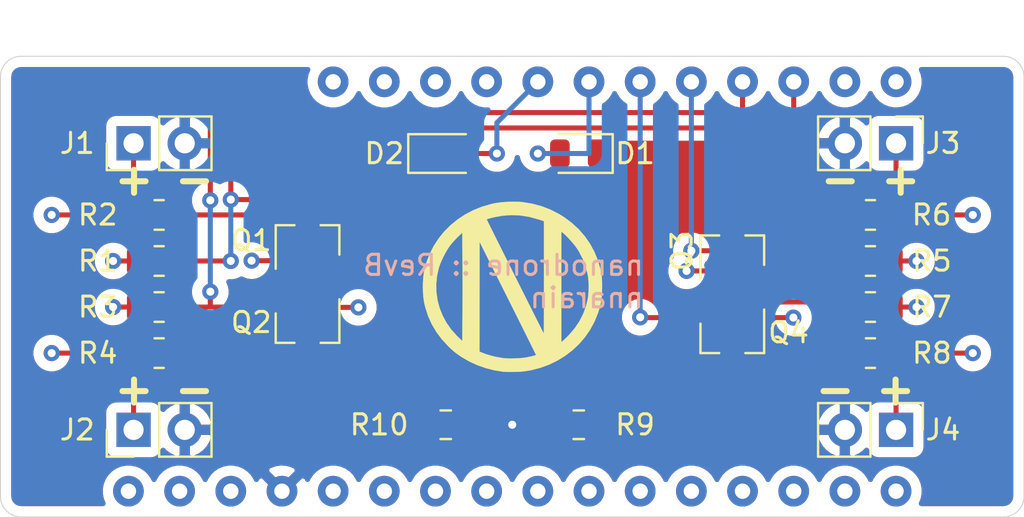
<source format=kicad_pcb>
(kicad_pcb (version 20171130) (host pcbnew "(5.1.9)-1")
  (layers (0 F.Cu signal) (1 GND power) (2 PWR power) (31 B.Cu signal) (34 B.Paste user) (35 F.Paste user) (36 B.SilkS user) (37 F.SilkS user) (38 B.Mask user) (39 F.Mask user) (44 Edge.Cuts user))
  (net 0 "")
  (net 1 /rtr0)
  (net 2 GND)
  (net 3 /rtr1)
  (net 4 /rtr2)
  (net 5 /rtr3)
  (net 6 +3V3)
  (net 7 /rtrctl0)
  (net 8 +BATT)
  (net 9 /rtrctl1)
  (net 10 /rtrctl2)
  (net 11 /rtrctl3)
  (net 12 "Net-(U1-Pad18)")
  (net 13 "Net-(U1-Pad25)")
  (net 14 "Net-(U1-Pad24)")
  (net 15 "Net-(U1-Pad20)")
  (net 16 "Net-(U1-Pad23)")
  (net 17 "Net-(U1-Pad28)")
  (net 18 "Net-(U1-Pad19)")
  (net 19 "Net-(U1-Pad21)")
  (net 20 "Net-(U1-Pad22)")
  (net 21 "Net-(U1-Pad3)")
  (net 22 "Net-(U1-Pad13)")
  (net 23 "Net-(U1-Pad12)")
  (net 24 "Net-(U1-Pad17)")
  (net 25 "Net-(U1-Pad15)")
  (net 26 "Net-(U1-Pad2)")
  (net 27 "Net-(U1-Pad11)")
  (net 28 "Net-(D1-Pad1)")
  (net 29 "Net-(D2-Pad1)")
  (net 30 "Net-(U1-Pad27)")
  (net 31 "Net-(U1-Pad26)")
  (net 32 /dbg1)
  (net 33 /dbg2)
  (net 34 "Net-(U1-Pad4)")
  (module Resistor_SMD:R_0805_2012Metric_Pad1.20x1.40mm_HandSolder (layer F.Cu) (at 161.036 92.456 180)
    (fp_text reference R6 (at -3.032 0) (layer F.SilkS))
    (fp_text value 25)
    (fp_line (start -0.227064 -0.735) (end 0.227064 -0.735) (layer F.SilkS) (width 0.12))
    (fp_line (start -0.227064 0.735) (end 0.227064 0.735) (layer F.SilkS) (width 0.12))
    (pad 2 smd roundrect (at 1 0 180) (size 1.2 1.4) (layers F.Cu F.Paste F.Mask) (roundrect_rratio 0.2083325) (net 4 /rtr2))
    (pad 1 smd roundrect (at -1 0 180) (size 1.2 1.4) (layers F.Cu F.Paste F.Mask) (roundrect_rratio 0.2083325) (net 8 +BATT))
  )
  (module symbols:logo (layer F.Cu) (at 143.256 96.012)
    (fp_text reference G*** hide)
    (fp_text value LOGO hide)
    (fp_poly (pts (xy 0.365713 -4.204825) (xy 0.508128 -4.19272) (xy 0.995025 -4.113048) (xy 1.459827 -3.98777) (xy 1.903551 -3.816516) (xy 2.327215 -3.598917) (xy 2.5781 -3.442018) (xy 2.958963 -3.157795) (xy 3.300259 -2.842611) (xy 3.600932 -2.498017) (xy 3.85993 -2.125566) (xy 4.076199 -1.72681) (xy 4.248687 -1.303299) (xy 4.37634 -0.856587) (xy 4.396935 -0.762) (xy 4.419592 -0.644534) (xy 4.435907 -0.537144) (xy 4.446854 -0.427318) (xy 4.453406 -0.302541) (xy 4.456539 -0.150299) (xy 4.45724 0.0127) (xy 4.45165 0.298785) (xy 4.433297 0.550181) (xy 4.399812 0.781925) (xy 4.348822 1.009054) (xy 4.277957 1.246605) (xy 4.249342 1.331185) (xy 4.077809 1.749807) (xy 3.863428 2.143974) (xy 3.609035 2.511448) (xy 3.317468 2.849987) (xy 2.991564 3.157351) (xy 2.634161 3.431299) (xy 2.248097 3.669591) (xy 1.836208 3.869987) (xy 1.401332 4.030246) (xy 0.946306 4.148127) (xy 0.6096 4.205264) (xy 0.479946 4.218189) (xy 0.316982 4.227975) (xy 0.135393 4.234364) (xy -0.050138 4.237098) (xy -0.224926 4.235918) (xy -0.374286 4.230565) (xy -0.4572 4.224052) (xy -0.885254 4.156198) (xy -1.31339 4.04702) (xy -1.730798 3.900347) (xy -2.126663 3.720008) (xy -2.490174 3.509832) (xy -2.508986 3.4975) (xy -2.658003 3.397609) (xy -2.777387 3.312819) (xy -2.880995 3.231983) (xy -2.886052 3.227605) (xy -1.6256 3.227605) (xy -1.513096 3.27583) (xy -1.296785 3.35691) (xy -1.046844 3.431134) (xy -0.780379 3.494187) (xy -0.514496 3.541756) (xy -0.397461 3.557208) (xy -0.259351 3.567025) (xy -0.086653 3.570152) (xy 0.10494 3.567129) (xy 0.299735 3.558497) (xy 0.482036 3.544798) (xy 0.636151 3.526572) (xy 0.67482 3.520253) (xy 0.78591 3.498989) (xy 0.901592 3.474373) (xy 1.010411 3.449149) (xy 1.100915 3.426062) (xy 1.16165 3.407856) (xy 1.180812 3.399017) (xy 1.170605 3.375734) (xy 1.13898 3.30979) (xy 1.087302 3.203927) (xy 1.016933 3.060892) (xy 0.929235 2.883427) (xy 0.861448 2.746659) (xy 2.4384 2.746659) (xy 2.510005 2.695671) (xy 2.554095 2.658518) (xy 2.624005 2.592984) (xy 2.710783 2.507722) (xy 2.805475 2.411383) (xy 2.823647 2.392516) (xy 3.100931 2.068596) (xy 3.33427 1.721134) (xy 3.522428 1.352518) (xy 3.664172 0.965132) (xy 3.751769 0.598383) (xy 3.776031 0.413435) (xy 3.789731 0.196562) (xy 3.792868 -0.034471) (xy 3.785444 -0.261899) (xy 3.767457 -0.467956) (xy 3.751769 -0.572984) (xy 3.654007 -0.971412) (xy 3.506942 -1.35908) (xy 3.3103 -1.736656) (xy 3.206505 -1.902025) (xy 3.135583 -2.000212) (xy 3.041682 -2.117386) (xy 2.933373 -2.244091) (xy 2.819233 -2.37087) (xy 2.707832 -2.488267) (xy 2.607746 -2.586825) (xy 2.527548 -2.657086) (xy 2.510005 -2.670272) (xy 2.4384 -2.72126) (xy 2.4384 2.746659) (xy 0.861448 2.746659) (xy 0.825573 2.674278) (xy 0.707308 2.436187) (xy 0.575804 2.1719) (xy 0.432425 1.884161) (xy 0.278532 1.575714) (xy 0.115489 1.249303) (xy -0.055341 0.907673) (xy -0.217253 0.5842) (xy -1.622799 -2.2225) (xy -1.6242 0.502552) (xy -1.6256 3.227605) (xy -2.886052 3.227605) (xy -2.982688 3.143952) (xy -3.096325 3.037578) (xy -3.172203 2.964027) (xy -3.493609 2.617465) (xy -3.768479 2.250778) (xy -3.997269 1.863135) (xy -4.180437 1.453708) (xy -4.318438 1.021667) (xy -4.373974 0.780485) (xy -4.407806 0.557279) (xy -4.428397 0.301082) (xy -4.435748 0.027946) (xy -4.432623 -0.117505) (xy -3.772997 -0.117505) (xy -3.763899 0.285302) (xy -3.70721 0.681967) (xy -3.603925 1.068878) (xy -3.455043 1.442424) (xy -3.261559 1.798994) (xy -3.024472 2.134975) (xy -2.744779 2.446757) (xy -2.70131 2.4892) (xy -2.4765 2.7051) (xy -2.469927 1.350605) (xy -2.468673 1.029783) (xy -2.467805 0.672561) (xy -2.467323 0.292361) (xy -2.467228 -0.097392) (xy -2.467518 -0.483276) (xy -2.468194 -0.851867) (xy -2.469257 -1.189741) (xy -2.469927 -1.341795) (xy -2.4765 -2.6797) (xy -2.70131 -2.4638) (xy -2.81122 -2.352729) (xy -2.927363 -2.226317) (xy -3.033155 -2.103013) (xy -3.089476 -2.032) (xy -3.197047 -1.874882) (xy -3.309029 -1.68538) (xy -3.417939 -1.478393) (xy -3.516295 -1.268818) (xy -3.596613 -1.071553) (xy -3.64443 -0.9271) (xy -3.733506 -0.522843) (xy -3.772997 -0.117505) (xy -4.432623 -0.117505) (xy -4.429859 -0.246076) (xy -4.410729 -0.504931) (xy -4.378359 -0.732566) (xy -4.373974 -0.755086) (xy -4.260484 -1.194251) (xy -4.101824 -1.613525) (xy -3.900522 -2.010491) (xy -3.659106 -2.382738) (xy -3.380103 -2.727851) (xy -3.066043 -3.043417) (xy -2.719453 -3.327022) (xy -2.703851 -3.337348) (xy -1.27 -3.337348) (xy -1.258908 -3.313605) (xy -1.226739 -3.247846) (xy -1.175154 -3.143394) (xy -1.105815 -3.003571) (xy -1.020385 -2.831698) (xy -0.920525 -2.631098) (xy -0.807896 -2.405092) (xy -0.684161 -2.157003) (xy -0.550982 -1.890152) (xy -0.410019 -1.607862) (xy -0.262935 -1.313454) (xy -0.111392 -1.010251) (xy 0.042949 -0.701574) (xy 0.198426 -0.390745) (xy 0.353377 -0.081087) (xy 0.506141 0.224079) (xy 0.655055 0.521431) (xy 0.798458 0.807646) (xy 0.934688 1.079403) (xy 1.062083 1.33338) (xy 1.178982 1.566255) (xy 1.283723 1.774705) (xy 1.374644 1.95541) (xy 1.450083 2.105046) (xy 1.508379 2.220292) (xy 1.547869 2.297826) (xy 1.566892 2.334326) (xy 1.568396 2.3368) (xy 1.56925 2.31194) (xy 1.57007 2.239525) (xy 1.570849 2.122798) (xy 1.57158 1.965003) (xy 1.572255 1.769385) (xy 1.572867 1.539188) (xy 1.573409 1.277655) (xy 1.573872 0.988031) (xy 1.57425 0.673559) (xy 1.574536 0.337485) (xy 1.57472 -0.016948) (xy 1.574798 -0.386496) (xy 1.5748 -0.454116) (xy 1.5748 -3.245031) (xy 1.30175 -3.335189) (xy 0.857752 -3.457138) (xy 0.416173 -3.52855) (xy -0.025119 -3.549486) (xy -0.468252 -3.520006) (xy -0.915355 -3.440169) (xy -1.067436 -3.401893) (xy -1.160283 -3.375733) (xy -1.230733 -3.353777) (xy -1.267315 -3.339678) (xy -1.27 -3.337348) (xy -2.703851 -3.337348) (xy -2.342861 -3.576253) (xy -1.938795 -3.788695) (xy -1.509783 -3.961936) (xy -1.058353 -4.093562) (xy -0.8255 -4.142926) (xy -0.61517 -4.173986) (xy -0.373783 -4.196344) (xy -0.118439 -4.209363) (xy 0.13376 -4.212403) (xy 0.365713 -4.204825)) (layer F.SilkS) (width 0.01))
  )
  (module Connector_PinHeader_2.54mm:PinHeader_1x02_P2.54mm_Vertical (layer F.Cu) (at 124.46 88.9 90)
    (fp_text reference J1 (at 0 -2.794 180) (layer F.SilkS))
    (fp_text value RTR0 hide)
    (fp_line (start -1.33 -1.33) (end 0 -1.33) (layer F.SilkS) (width 0.12))
    (fp_line (start -1.33 0) (end -1.33 -1.33) (layer F.SilkS) (width 0.12))
    (fp_line (start -1.33 1.27) (end 1.33 1.27) (layer F.SilkS) (width 0.12))
    (fp_line (start 1.33 1.27) (end 1.33 3.87) (layer F.SilkS) (width 0.12))
    (fp_line (start -1.33 1.27) (end -1.33 3.87) (layer F.SilkS) (width 0.12))
    (fp_line (start -1.33 3.87) (end 1.33 3.87) (layer F.SilkS) (width 0.12))
    (pad 1 thru_hole rect (at 0 0 90) (size 1.7 1.7) (drill 1) (layers *.Cu *.Mask) (net 1 /rtr0))
    (pad 2 thru_hole oval (at 0 2.54 90) (size 1.7 1.7) (drill 1) (layers *.Cu *.Mask) (net 2 GND))
  )
  (module Connector_PinHeader_2.54mm:PinHeader_1x02_P2.54mm_Vertical (layer F.Cu) (at 124.46 103.124 90)
    (fp_text reference J2 (at 0 -2.794 180) (layer F.SilkS))
    (fp_text value RTR1 hide)
    (fp_line (start -1.33 3.87) (end 1.33 3.87) (layer F.SilkS) (width 0.12))
    (fp_line (start -1.33 1.27) (end -1.33 3.87) (layer F.SilkS) (width 0.12))
    (fp_line (start 1.33 1.27) (end 1.33 3.87) (layer F.SilkS) (width 0.12))
    (fp_line (start -1.33 1.27) (end 1.33 1.27) (layer F.SilkS) (width 0.12))
    (fp_line (start -1.33 0) (end -1.33 -1.33) (layer F.SilkS) (width 0.12))
    (fp_line (start -1.33 -1.33) (end 0 -1.33) (layer F.SilkS) (width 0.12))
    (pad 2 thru_hole oval (at 0 2.54 90) (size 1.7 1.7) (drill 1) (layers *.Cu *.Mask) (net 2 GND))
    (pad 1 thru_hole rect (at 0 0 90) (size 1.7 1.7) (drill 1) (layers *.Cu *.Mask) (net 3 /rtr1))
  )
  (module Connector_PinHeader_2.54mm:PinHeader_1x02_P2.54mm_Vertical (layer F.Cu) (at 162.306 88.9 270)
    (fp_text reference J3 (at 0 -2.33 180) (layer F.SilkS))
    (fp_text value RTR2 hide)
    (fp_line (start -1.33 -1.33) (end 0 -1.33) (layer F.SilkS) (width 0.12))
    (fp_line (start -1.33 0) (end -1.33 -1.33) (layer F.SilkS) (width 0.12))
    (fp_line (start -1.33 1.27) (end 1.33 1.27) (layer F.SilkS) (width 0.12))
    (fp_line (start 1.33 1.27) (end 1.33 3.87) (layer F.SilkS) (width 0.12))
    (fp_line (start -1.33 1.27) (end -1.33 3.87) (layer F.SilkS) (width 0.12))
    (fp_line (start -1.33 3.87) (end 1.33 3.87) (layer F.SilkS) (width 0.12))
    (pad 1 thru_hole rect (at 0 0 270) (size 1.7 1.7) (drill 1) (layers *.Cu *.Mask) (net 4 /rtr2))
    (pad 2 thru_hole oval (at 0 2.54 270) (size 1.7 1.7) (drill 1) (layers *.Cu *.Mask) (net 2 GND))
  )
  (module Connector_PinHeader_2.54mm:PinHeader_1x02_P2.54mm_Vertical (layer F.Cu) (at 162.306 103.124 270)
    (fp_text reference J4 (at 0 -2.33 180) (layer F.SilkS))
    (fp_text value RTR3 hide)
    (fp_line (start -1.33 3.87) (end 1.33 3.87) (layer F.SilkS) (width 0.12))
    (fp_line (start -1.33 1.27) (end -1.33 3.87) (layer F.SilkS) (width 0.12))
    (fp_line (start 1.33 1.27) (end 1.33 3.87) (layer F.SilkS) (width 0.12))
    (fp_line (start -1.33 1.27) (end 1.33 1.27) (layer F.SilkS) (width 0.12))
    (fp_line (start -1.33 0) (end -1.33 -1.33) (layer F.SilkS) (width 0.12))
    (fp_line (start -1.33 -1.33) (end 0 -1.33) (layer F.SilkS) (width 0.12))
    (pad 2 thru_hole oval (at 0 2.54 270) (size 1.7 1.7) (drill 1) (layers *.Cu *.Mask) (net 2 GND))
    (pad 1 thru_hole rect (at 0 0 270) (size 1.7 1.7) (drill 1) (layers *.Cu *.Mask) (net 5 /rtr3))
  )
  (module Resistor_SMD:R_0805_2012Metric_Pad1.20x1.40mm_HandSolder (layer F.Cu) (at 125.73 92.456)
    (fp_text reference R2 (at -3.048 0) (layer F.SilkS))
    (fp_text value 25)
    (fp_line (start -0.227064 -0.735) (end 0.227064 -0.735) (layer F.SilkS) (width 0.12))
    (fp_line (start -0.227064 0.735) (end 0.227064 0.735) (layer F.SilkS) (width 0.12))
    (pad 2 smd roundrect (at 1 0) (size 1.2 1.4) (layers F.Cu F.Paste F.Mask) (roundrect_rratio 0.2083325) (net 1 /rtr0))
    (pad 1 smd roundrect (at -1 0) (size 1.2 1.4) (layers F.Cu F.Paste F.Mask) (roundrect_rratio 0.2083325) (net 8 +BATT))
  )
  (module Resistor_SMD:R_0805_2012Metric_Pad1.20x1.40mm_HandSolder (layer F.Cu) (at 125.73 99.314)
    (fp_text reference R4 (at -3.048 0) (layer F.SilkS))
    (fp_text value 25)
    (fp_line (start -0.227064 0.735) (end 0.227064 0.735) (layer F.SilkS) (width 0.12))
    (fp_line (start -0.227064 -0.735) (end 0.227064 -0.735) (layer F.SilkS) (width 0.12))
    (pad 1 smd roundrect (at -1 0) (size 1.2 1.4) (layers F.Cu F.Paste F.Mask) (roundrect_rratio 0.2083325) (net 8 +BATT))
    (pad 2 smd roundrect (at 1 0) (size 1.2 1.4) (layers F.Cu F.Paste F.Mask) (roundrect_rratio 0.2083325) (net 3 /rtr1))
  )
  (module Resistor_SMD:R_0805_2012Metric_Pad1.20x1.40mm_HandSolder (layer F.Cu) (at 161.036 99.314 180)
    (fp_text reference R8 (at -3.048 0) (layer F.SilkS))
    (fp_text value 25)
    (fp_line (start -0.227064 0.735) (end 0.227064 0.735) (layer F.SilkS) (width 0.12))
    (fp_line (start -0.227064 -0.735) (end 0.227064 -0.735) (layer F.SilkS) (width 0.12))
    (pad 1 smd roundrect (at -1 0 180) (size 1.2 1.4) (layers F.Cu F.Paste F.Mask) (roundrect_rratio 0.2083325) (net 8 +BATT))
    (pad 2 smd roundrect (at 1 0 180) (size 1.2 1.4) (layers F.Cu F.Paste F.Mask) (roundrect_rratio 0.2083325) (net 5 /rtr3))
  )
  (module adafruit:Feather_no_mounting (layer F.Cu) (at 141.986 82.038)
    (fp_text reference U1 hide)
    (fp_text value Feather hide)
    (pad 18 thru_hole circle (at -5.08 24.13) (size 1.524 1.524) (drill 0.762) (layers *.Cu *.Mask) (net 12 "Net-(U1-Pad18)"))
    (pad 27 thru_hole circle (at 17.78 24.13) (size 1.524 1.524) (drill 0.762) (layers *.Cu *.Mask) (net 30 "Net-(U1-Pad27)"))
    (pad 25 thru_hole circle (at 12.7 24.13) (size 1.524 1.524) (drill 0.762) (layers *.Cu *.Mask) (net 13 "Net-(U1-Pad25)"))
    (pad 24 thru_hole circle (at 10.16 24.13) (size 1.524 1.524) (drill 0.762) (layers *.Cu *.Mask) (net 14 "Net-(U1-Pad24)"))
    (pad 20 thru_hole circle (at 0 24.13) (size 1.524 1.524) (drill 0.762) (layers *.Cu *.Mask) (net 15 "Net-(U1-Pad20)"))
    (pad 23 thru_hole circle (at 7.62 24.13) (size 1.524 1.524) (drill 0.762) (layers *.Cu *.Mask) (net 16 "Net-(U1-Pad23)"))
    (pad 28 thru_hole circle (at 20.32 24.13) (size 1.524 1.524) (drill 0.762) (layers *.Cu *.Mask) (net 17 "Net-(U1-Pad28)"))
    (pad 19 thru_hole circle (at -2.54 24.13) (size 1.524 1.524) (drill 0.762) (layers *.Cu *.Mask) (net 18 "Net-(U1-Pad19)"))
    (pad 21 thru_hole circle (at 2.54 24.13) (size 1.524 1.524) (drill 0.762) (layers *.Cu *.Mask) (net 19 "Net-(U1-Pad21)"))
    (pad 22 thru_hole circle (at 5.08 24.13) (size 1.524 1.524) (drill 0.762) (layers *.Cu *.Mask) (net 20 "Net-(U1-Pad22)"))
    (pad 26 thru_hole circle (at 15.24 24.13) (size 1.524 1.524) (drill 0.762) (layers *.Cu *.Mask) (net 31 "Net-(U1-Pad26)"))
    (pad 4 thru_hole circle (at 0 3.81) (size 1.524 1.524) (drill 0.762) (layers *.Cu *.Mask) (net 34 "Net-(U1-Pad4)"))
    (pad 3 thru_hole circle (at -2.54 3.81) (size 1.524 1.524) (drill 0.762) (layers *.Cu *.Mask) (net 21 "Net-(U1-Pad3)"))
    (pad 8 thru_hole circle (at 10.16 3.81) (size 1.524 1.524) (drill 0.762) (layers *.Cu *.Mask) (net 10 /rtrctl2))
    (pad 1 thru_hole circle (at -7.62 3.81) (size 1.524 1.524) (drill 0.762) (layers *.Cu *.Mask) (net 8 +BATT))
    (pad 13 thru_hole circle (at -17.78 24.13) (size 1.524 1.524) (drill 0.762) (layers *.Cu *.Mask) (net 22 "Net-(U1-Pad13)"))
    (pad 12 thru_hole circle (at 20.32 3.81) (size 1.524 1.524) (drill 0.762) (layers *.Cu *.Mask) (net 23 "Net-(U1-Pad12)"))
    (pad 17 thru_hole circle (at -7.62 24.13) (size 1.524 1.524) (drill 0.762) (layers *.Cu *.Mask) (net 24 "Net-(U1-Pad17)"))
    (pad 16 thru_hole circle (at -10.16 24.13) (size 1.524 1.524) (drill 0.762) (layers *.Cu *.Mask) (net 2 GND))
    (pad 15 thru_hole circle (at -12.7 24.13) (size 1.524 1.524) (drill 0.762) (layers *.Cu *.Mask) (net 25 "Net-(U1-Pad15)"))
    (pad 14 thru_hole circle (at -15.24 24.13) (size 1.524 1.524) (drill 0.762) (layers *.Cu *.Mask) (net 6 +3V3))
    (pad 5 thru_hole circle (at 2.54 3.81) (size 1.524 1.524) (drill 0.762) (layers *.Cu *.Mask) (net 33 /dbg2))
    (pad 9 thru_hole circle (at 12.7 3.81) (size 1.524 1.524) (drill 0.762) (layers *.Cu *.Mask) (net 9 /rtrctl1))
    (pad 2 thru_hole circle (at -5.08 3.81) (size 1.524 1.524) (drill 0.762) (layers *.Cu *.Mask) (net 26 "Net-(U1-Pad2)"))
    (pad 7 thru_hole circle (at 7.62 3.81) (size 1.524 1.524) (drill 0.762) (layers *.Cu *.Mask) (net 11 /rtrctl3))
    (pad 11 thru_hole circle (at 17.78 3.81) (size 1.524 1.524) (drill 0.762) (layers *.Cu *.Mask) (net 27 "Net-(U1-Pad11)"))
    (pad 10 thru_hole circle (at 15.24 3.81) (size 1.524 1.524) (drill 0.762) (layers *.Cu *.Mask) (net 7 /rtrctl0))
    (pad 6 thru_hole circle (at 5.08 3.81) (size 1.524 1.524) (drill 0.762) (layers *.Cu *.Mask) (net 32 /dbg1))
  )
  (module LED_SMD:LED_0805_2012Metric (layer F.Cu) (at 146.558 89.408 180)
    (fp_text reference D1 (at -2.794 0) (layer F.SilkS))
    (fp_text value DGB1 hide)
    (fp_line (start 1 -0.96) (end -1.685 -0.96) (layer F.SilkS) (width 0.12))
    (fp_line (start -1.685 -0.96) (end -1.685 0.96) (layer F.SilkS) (width 0.12))
    (fp_line (start -1.685 0.96) (end 1 0.96) (layer F.SilkS) (width 0.12))
    (pad 1 smd roundrect (at -0.9375 0 180) (size 0.975 1.4) (layers F.Cu F.Paste F.Mask) (net 28 "Net-(D1-Pad1)"))
    (pad 2 smd roundrect (at 0.9375 0 180) (size 0.975 1.4) (layers F.Cu F.Paste F.Mask) (net 32 /dbg1))
  )
  (module LED_SMD:LED_0805_2012Metric_Pad1.15x1.40mm_HandSolder (layer F.Cu) (at 139.954 89.408)
    (fp_text reference D2 (at -3.048 0) (layer F.SilkS))
    (fp_text value DBG2 hide)
    (fp_line (start 1 -0.96) (end -1.86 -0.96) (layer F.SilkS) (width 0.12))
    (fp_line (start -1.86 -0.96) (end -1.86 0.96) (layer F.SilkS) (width 0.12))
    (fp_line (start -1.86 0.96) (end 1 0.96) (layer F.SilkS) (width 0.12))
    (pad 1 smd roundrect (at -1.025 0) (size 1.15 1.4) (layers F.Cu F.Paste F.Mask) (roundrect_rratio 0.2173904347826087) (net 29 "Net-(D2-Pad1)"))
    (pad 2 smd roundrect (at 1.025 0) (size 1.15 1.4) (layers F.Cu F.Paste F.Mask) (roundrect_rratio 0.2173904347826087) (net 33 /dbg2))
  )
  (module Resistor_SMD:R_0805_2012Metric_Pad1.15x1.40mm_HandSolder (layer F.Cu) (at 146.558 102.87 180)
    (fp_text reference R9 (at -2.794 0) (layer F.SilkS))
    (fp_text value 100 hide)
    (fp_line (start -0.261252 0.71) (end 0.261252 0.71) (layer F.SilkS) (width 0.12))
    (fp_line (start -0.261252 -0.71) (end 0.261252 -0.71) (layer F.SilkS) (width 0.12))
    (pad 2 smd roundrect (at 1.025 0 180) (size 1.15 1.4) (layers F.Cu F.Paste F.Mask) (roundrect_rratio 0.2173904347826087) (net 2 GND))
    (pad 1 smd roundrect (at -1.025 0 180) (size 1.15 1.4) (layers F.Cu F.Paste F.Mask) (roundrect_rratio 0.2173904347826087) (net 28 "Net-(D1-Pad1)"))
  )
  (module Resistor_SMD:R_0805_2012Metric_Pad1.15x1.40mm_HandSolder (layer F.Cu) (at 139.954 102.87)
    (fp_text reference R10 (at -3.302 0) (layer F.SilkS))
    (fp_text value 100)
    (fp_line (start -0.261252 -0.71) (end 0.261252 -0.71) (layer F.SilkS) (width 0.12))
    (fp_line (start -0.261252 0.71) (end 0.261252 0.71) (layer F.SilkS) (width 0.12))
    (pad 1 smd roundrect (at -1.025 0) (size 1.15 1.4) (layers F.Cu F.Paste F.Mask) (roundrect_rratio 0.2173904347826087) (net 29 "Net-(D2-Pad1)"))
    (pad 2 smd roundrect (at 1.025 0) (size 1.15 1.4) (layers F.Cu F.Paste F.Mask) (roundrect_rratio 0.2173904347826087) (net 2 GND))
  )
  (module Package_TO_SOT_SMD:SOT-23 (layer F.Cu) (at 133.096 93.726 90)
    (fp_text reference Q1 (at 0 -2.794 180) (layer F.SilkS))
    (fp_text value NUD3124LT1G)
    (fp_line (start 0.76 1.58) (end 0.76 0.65) (layer F.SilkS) (width 0.12))
    (fp_line (start 0.76 -1.58) (end 0.76 -0.65) (layer F.SilkS) (width 0.12))
    (fp_line (start 0.76 -1.58) (end -1.4 -1.58) (layer F.SilkS) (width 0.12))
    (fp_line (start 0.76 1.58) (end -0.7 1.58) (layer F.SilkS) (width 0.12))
    (pad 3 smd rect (at 1 0 90) (size 0.9 0.8) (layers F.Cu F.Paste F.Mask) (net 1 /rtr0))
    (pad 2 smd rect (at -1 0.95 90) (size 0.9 0.8) (layers F.Cu F.Paste F.Mask) (net 7 /rtrctl0))
    (pad 1 smd rect (at -1 -0.95 90) (size 0.9 0.8) (layers F.Cu F.Paste F.Mask) (net 6 +3V3))
  )
  (module Package_TO_SOT_SMD:SOT-23 (layer F.Cu) (at 133.096 98.044 270)
    (fp_text reference Q2 (at -0.254 2.794 180) (layer F.SilkS))
    (fp_text value NUD3124LT1G)
    (fp_line (start 0.76 1.58) (end -0.7 1.58) (layer F.SilkS) (width 0.12))
    (fp_line (start 0.76 -1.58) (end -1.4 -1.58) (layer F.SilkS) (width 0.12))
    (fp_line (start 0.76 -1.58) (end 0.76 -0.65) (layer F.SilkS) (width 0.12))
    (fp_line (start 0.76 1.58) (end 0.76 0.65) (layer F.SilkS) (width 0.12))
    (pad 1 smd rect (at -1 -0.95 270) (size 0.9 0.8) (layers F.Cu F.Paste F.Mask) (net 6 +3V3))
    (pad 2 smd rect (at -1 0.95 270) (size 0.9 0.8) (layers F.Cu F.Paste F.Mask) (net 9 /rtrctl1))
    (pad 3 smd rect (at 1 0 270) (size 0.9 0.8) (layers F.Cu F.Paste F.Mask) (net 3 /rtr1))
  )
  (module Package_TO_SOT_SMD:SOT-23 (layer F.Cu) (at 154.178 94.234 90)
    (fp_text reference Q3 (at 0 -2.5 90) (layer F.SilkS))
    (fp_text value NUD3124LT1G)
    (fp_line (start 0.76 1.58) (end 0.76 0.65) (layer F.SilkS) (width 0.12))
    (fp_line (start 0.76 -1.58) (end 0.76 -0.65) (layer F.SilkS) (width 0.12))
    (fp_line (start 0.76 -1.58) (end -1.4 -1.58) (layer F.SilkS) (width 0.12))
    (fp_line (start 0.76 1.58) (end -0.7 1.58) (layer F.SilkS) (width 0.12))
    (pad 3 smd rect (at 1 0 90) (size 0.9 0.8) (layers F.Cu F.Paste F.Mask) (net 4 /rtr2))
    (pad 2 smd rect (at -1 0.95 90) (size 0.9 0.8) (layers F.Cu F.Paste F.Mask) (net 10 /rtrctl2))
    (pad 1 smd rect (at -1 -0.95 90) (size 0.9 0.8) (layers F.Cu F.Paste F.Mask) (net 6 +3V3))
  )
  (module Package_TO_SOT_SMD:SOT-23 (layer F.Cu) (at 154.178 98.552 270)
    (fp_text reference Q4 (at -0.254 -2.794 180) (layer F.SilkS))
    (fp_text value NUD3124LT1G)
    (fp_line (start 0.76 1.58) (end -0.7 1.58) (layer F.SilkS) (width 0.12))
    (fp_line (start 0.76 -1.58) (end -1.4 -1.58) (layer F.SilkS) (width 0.12))
    (fp_line (start 0.76 -1.58) (end 0.76 -0.65) (layer F.SilkS) (width 0.12))
    (fp_line (start 0.76 1.58) (end 0.76 0.65) (layer F.SilkS) (width 0.12))
    (pad 1 smd rect (at -1 -0.95 270) (size 0.9 0.8) (layers F.Cu F.Paste F.Mask) (net 6 +3V3))
    (pad 2 smd rect (at -1 0.95 270) (size 0.9 0.8) (layers F.Cu F.Paste F.Mask) (net 11 /rtrctl3))
    (pad 3 smd rect (at 1 0 270) (size 0.9 0.8) (layers F.Cu F.Paste F.Mask) (net 5 /rtr3))
  )
  (module Resistor_SMD:R_0805_2012Metric_Pad1.20x1.40mm_HandSolder (layer F.Cu) (at 161.036 94.742 180)
    (fp_text reference R5 (at -3.048 0) (layer F.SilkS))
    (fp_text value 10k hide)
    (fp_line (start -0.227064 0.735) (end 0.227064 0.735) (layer F.SilkS) (width 0.12))
    (fp_line (start -0.227064 -0.735) (end 0.227064 -0.735) (layer F.SilkS) (width 0.12))
    (pad 1 smd roundrect (at -1 0 180) (size 1.2 1.4) (layers F.Cu F.Paste F.Mask) (roundrect_rratio 0.2083325) (net 6 +3V3))
    (pad 2 smd roundrect (at 1 0 180) (size 1.2 1.4) (layers F.Cu F.Paste F.Mask) (roundrect_rratio 0.2083325) (net 10 /rtrctl2))
  )
  (module Resistor_SMD:R_0805_2012Metric_Pad1.20x1.40mm_HandSolder (layer F.Cu) (at 161.036 97.028 180)
    (fp_text reference R7 (at -3.048 0) (layer F.SilkS))
    (fp_text value 10k hide)
    (fp_line (start -0.227064 -0.735) (end 0.227064 -0.735) (layer F.SilkS) (width 0.12))
    (fp_line (start -0.227064 0.735) (end 0.227064 0.735) (layer F.SilkS) (width 0.12))
    (pad 2 smd roundrect (at 1 0 180) (size 1.2 1.4) (layers F.Cu F.Paste F.Mask) (roundrect_rratio 0.2083325) (net 11 /rtrctl3))
    (pad 1 smd roundrect (at -1 0 180) (size 1.2 1.4) (layers F.Cu F.Paste F.Mask) (roundrect_rratio 0.2083325) (net 6 +3V3))
  )
  (module Resistor_SMD:R_0805_2012Metric_Pad1.20x1.40mm_HandSolder (layer F.Cu) (at 125.73 94.742)
    (fp_text reference R1 (at -3.048 0) (layer F.SilkS))
    (fp_text value 10k)
    (fp_line (start -0.227064 0.735) (end 0.227064 0.735) (layer F.SilkS) (width 0.12))
    (fp_line (start -0.227064 -0.735) (end 0.227064 -0.735) (layer F.SilkS) (width 0.12))
    (pad 1 smd roundrect (at -1 0) (size 1.2 1.4) (layers F.Cu F.Paste F.Mask) (roundrect_rratio 0.2083325) (net 6 +3V3))
    (pad 2 smd roundrect (at 1 0) (size 1.2 1.4) (layers F.Cu F.Paste F.Mask) (roundrect_rratio 0.2083325) (net 7 /rtrctl0))
  )
  (module Resistor_SMD:R_0805_2012Metric_Pad1.20x1.40mm_HandSolder (layer F.Cu) (at 125.73 97.028)
    (fp_text reference R3 (at -3.048 0) (layer F.SilkS))
    (fp_text value 10k)
    (fp_line (start -0.227064 -0.735) (end 0.227064 -0.735) (layer F.SilkS) (width 0.12))
    (fp_line (start -0.227064 0.735) (end 0.227064 0.735) (layer F.SilkS) (width 0.12))
    (pad 2 smd roundrect (at 1 0) (size 1.2 1.4) (layers F.Cu F.Paste F.Mask) (roundrect_rratio 0.2083325) (net 9 /rtrctl1))
    (pad 1 smd roundrect (at -1 0) (size 1.2 1.4) (layers F.Cu F.Paste F.Mask) (roundrect_rratio 0.2083325) (net 6 +3V3))
  )
  (gr_text "- +" (at 160.782 101.092) (layer F.SilkS) (effects (font (size 1.5 1.5) (thickness 0.3))))
  (gr_text "+ -" (at 125.984 101.092) (layer F.SilkS) (effects (font (size 1.5 1.5) (thickness 0.3))))
  (gr_text "+ -" (at 125.984 90.678) (layer F.SilkS) (effects (font (size 1.5 1.5) (thickness 0.3))))
  (gr_text "- +" (at 161.036 90.678) (layer F.SilkS) (effects (font (size 1.5 1.5) (thickness 0.3))))
  (gr_text "nanodrone :: RevB\nnnarain" (at 149.86 95.758) (layer B.SilkS) (effects (font (size 1 1)) (justify left mirror)))
  (gr_line (start 117.856 106.426) (end 117.856 85.598) (layer Edge.Cuts) (width 0.05))
  (gr_line (start 167.64 107.442) (end 118.872 107.442) (layer Edge.Cuts) (width 0.05))
  (gr_line (start 168.656 85.598) (end 168.656 106.426) (layer Edge.Cuts) (width 0.05))
  (gr_line (start 118.872 84.582) (end 167.64 84.582) (layer Edge.Cuts) (width 0.05))
  (gr_arc (start 118.872 106.426) (end 117.856 106.426) (angle -90) (layer Edge.Cuts) (width 0.05))
  (gr_arc (start 118.872 85.598) (end 118.872 84.582) (angle -90) (layer Edge.Cuts) (width 0.05))
  (gr_arc (start 167.64 85.598) (end 168.656 85.598) (angle -90) (layer Edge.Cuts) (width 0.05))
  (gr_arc (start 167.64 106.426) (end 167.64 107.442) (angle -90) (layer Edge.Cuts) (width 0.05))
  (segment (start 124.46 88.9) (end 124.46 90.932) (width 0.25) (layer F.Cu) (net 1))
  (segment (start 124.46 90.932) (end 126.746 90.932) (width 0.25) (layer F.Cu) (net 1))
  (segment (start 126.746 92.44) (end 126.73 92.456) (width 0.25) (layer F.Cu) (net 1))
  (segment (start 126.746 90.932) (end 126.746 92.44) (width 0.25) (layer F.Cu) (net 1))
  (segment (start 132.826 92.456) (end 133.096 92.726) (width 0.25) (layer F.Cu) (net 1))
  (segment (start 126.73 92.456) (end 132.826 92.456) (width 0.25) (layer F.Cu) (net 1))
  (segment (start 140.979 102.87) (end 143.256 102.87) (width 0.25) (layer F.Cu) (net 2))
  (via (at 143.256 102.87) (size 0.8) (drill 0.4) (layers F.Cu B.Cu) (net 2))
  (segment (start 145.533 102.87) (end 143.256 102.87) (width 0.25) (layer F.Cu) (net 2))
  (segment (start 124.46 103.124) (end 124.46 100.838) (width 0.25) (layer F.Cu) (net 3))
  (segment (start 124.46 100.838) (end 126.746 100.838) (width 0.25) (layer F.Cu) (net 3))
  (segment (start 126.746 99.33) (end 126.73 99.314) (width 0.25) (layer F.Cu) (net 3))
  (segment (start 126.746 100.838) (end 126.746 99.33) (width 0.25) (layer F.Cu) (net 3))
  (segment (start 126.746 99.298) (end 126.73 99.314) (width 0.25) (layer F.Cu) (net 3))
  (segment (start 132.826 99.314) (end 133.096 99.044) (width 0.25) (layer F.Cu) (net 3))
  (segment (start 126.73 99.314) (end 132.826 99.314) (width 0.25) (layer F.Cu) (net 3))
  (segment (start 159.798 92.726) (end 160.036 92.964) (width 0.25) (layer F.Cu) (net 4))
  (segment (start 160.036 92.456) (end 160.036 90.948) (width 0.25) (layer F.Cu) (net 4))
  (segment (start 160.036 90.948) (end 160.052 90.932) (width 0.25) (layer F.Cu) (net 4))
  (segment (start 160.052 90.932) (end 162.306 90.932) (width 0.25) (layer F.Cu) (net 4))
  (segment (start 162.306 90.932) (end 162.306 88.9) (width 0.25) (layer F.Cu) (net 4))
  (segment (start 154.178 93.234) (end 154.178 92.71) (width 0.25) (layer F.Cu) (net 4))
  (segment (start 159.782 92.71) (end 160.036 92.456) (width 0.25) (layer F.Cu) (net 4))
  (segment (start 154.178 92.71) (end 159.782 92.71) (width 0.25) (layer F.Cu) (net 4))
  (segment (start 159.798 99.552) (end 160.036 99.314) (width 0.25) (layer F.Cu) (net 5))
  (segment (start 154.178 99.552) (end 159.798 99.552) (width 0.25) (layer F.Cu) (net 5))
  (segment (start 160.036 99.314) (end 160.036 101.33) (width 0.25) (layer F.Cu) (net 5))
  (segment (start 160.036 101.33) (end 160.052 101.346) (width 0.25) (layer F.Cu) (net 5))
  (segment (start 160.052 101.346) (end 162.306 101.346) (width 0.25) (layer F.Cu) (net 5))
  (segment (start 162.306 101.346) (end 162.306 103.124) (width 0.25) (layer F.Cu) (net 5))
  (segment (start 162.036 94.742) (end 163.322 94.742) (width 0.25) (layer F.Cu) (net 6))
  (via (at 163.322 94.742) (size 0.8) (drill 0.4) (layers F.Cu B.Cu) (net 6))
  (segment (start 162.036 97.028) (end 163.322 97.028) (width 0.25) (layer F.Cu) (net 6))
  (via (at 163.322 97.028) (size 0.8) (drill 0.4) (layers F.Cu B.Cu) (net 6))
  (segment (start 155.128 97.552) (end 157.21 97.552) (width 0.25) (layer F.Cu) (net 6))
  (via (at 157.21 97.552) (size 0.8) (drill 0.4) (layers F.Cu B.Cu) (net 6))
  (segment (start 153.228 95.234) (end 151.908 95.234) (width 0.25) (layer F.Cu) (net 6))
  (via (at 151.908 95.234) (size 0.8) (drill 0.4) (layers F.Cu B.Cu) (net 6))
  (segment (start 124.73 94.742) (end 123.444 94.742) (width 0.25) (layer F.Cu) (net 6))
  (via (at 123.444 94.742) (size 0.8) (drill 0.4) (layers F.Cu B.Cu) (net 6))
  (segment (start 124.73 97.028) (end 123.444 97.028) (width 0.25) (layer F.Cu) (net 6))
  (via (at 123.444 97.028) (size 0.8) (drill 0.4) (layers F.Cu B.Cu) (net 6))
  (segment (start 132.146 94.726) (end 130.318 94.726) (width 0.25) (layer F.Cu) (net 6))
  (via (at 130.318 94.726) (size 0.8) (drill 0.4) (layers F.Cu B.Cu) (net 6))
  (segment (start 134.046 97.044) (end 135.62 97.044) (width 0.25) (layer F.Cu) (net 6))
  (via (at 135.62 97.044) (size 0.8) (drill 0.4) (layers F.Cu B.Cu) (net 6))
  (segment (start 157.226 85.848) (end 157.226 88.138) (width 0.25) (layer F.Cu) (net 7))
  (segment (start 157.226 88.138) (end 129.286 88.138) (width 0.25) (layer F.Cu) (net 7))
  (segment (start 129.286 88.138) (end 129.286 91.694) (width 0.25) (layer F.Cu) (net 7))
  (via (at 129.286 91.694) (size 0.8) (drill 0.4) (layers F.Cu B.Cu) (net 7))
  (segment (start 129.286 91.694) (end 134.112 91.694) (width 0.25) (layer F.Cu) (net 7))
  (segment (start 134.112 94.66) (end 134.046 94.726) (width 0.25) (layer F.Cu) (net 7))
  (segment (start 134.112 91.694) (end 134.112 94.66) (width 0.25) (layer F.Cu) (net 7))
  (segment (start 126.73 94.742) (end 129.286 94.742) (width 0.25) (layer F.Cu) (net 7))
  (via (at 129.286 94.742) (size 0.8) (drill 0.4) (layers F.Cu B.Cu) (net 7))
  (segment (start 129.286 94.742) (end 129.286 91.694) (width 0.25) (layer B.Cu) (net 7))
  (segment (start 124.73 92.456) (end 120.396 92.456) (width 0.25) (layer F.Cu) (net 8))
  (via (at 120.396 92.456) (size 0.8) (drill 0.4) (layers F.Cu B.Cu) (net 8))
  (via (at 120.396 99.314) (size 0.8) (drill 0.4) (layers F.Cu B.Cu) (net 8))
  (segment (start 124.73 99.314) (end 120.396 99.314) (width 0.25) (layer F.Cu) (net 8))
  (segment (start 162.036 92.456) (end 166.116 92.456) (width 0.25) (layer F.Cu) (net 8))
  (via (at 166.116 92.456) (size 0.8) (drill 0.4) (layers F.Cu B.Cu) (net 8))
  (segment (start 162.036 99.314) (end 166.116 99.314) (width 0.25) (layer F.Cu) (net 8))
  (via (at 166.116 99.314) (size 0.8) (drill 0.4) (layers F.Cu B.Cu) (net 8))
  (segment (start 154.686 85.848) (end 154.686 87.376) (width 0.25) (layer F.Cu) (net 9))
  (segment (start 154.686 87.376) (end 128.27 87.376) (width 0.25) (layer F.Cu) (net 9))
  (segment (start 128.27 87.376) (end 128.27 91.948) (width 0.25) (layer F.Cu) (net 9))
  (via (at 128.27 91.731) (size 0.8) (drill 0.4) (layers F.Cu B.Cu) (net 9))
  (segment (start 128.27 91.948) (end 128.27 91.731) (width 0.25) (layer F.Cu) (net 9))
  (segment (start 132.13 97.028) (end 132.146 97.044) (width 0.25) (layer F.Cu) (net 9))
  (segment (start 128.27 91.731) (end 128.27 96.266) (width 0.25) (layer B.Cu) (net 9))
  (via (at 128.27 96.266) (size 0.8) (drill 0.4) (layers F.Cu B.Cu) (net 9))
  (segment (start 128.27 96.266) (end 128.27 97.028) (width 0.25) (layer F.Cu) (net 9))
  (segment (start 128.27 97.028) (end 132.13 97.028) (width 0.25) (layer F.Cu) (net 9))
  (segment (start 126.73 97.028) (end 128.27 97.028) (width 0.25) (layer F.Cu) (net 9))
  (segment (start 159.544 95.234) (end 160.036 94.742) (width 0.25) (layer F.Cu) (net 10))
  (segment (start 155.128 95.234) (end 159.544 95.234) (width 0.25) (layer F.Cu) (net 10))
  (segment (start 155.128 95.234) (end 154.128 94.234) (width 0.25) (layer F.Cu) (net 10))
  (segment (start 154.128 94.234) (end 152.146 94.234) (width 0.25) (layer F.Cu) (net 10))
  (via (at 152.146 94.234) (size 0.8) (drill 0.4) (layers F.Cu B.Cu) (net 10))
  (segment (start 152.146 94.234) (end 152.146 85.848) (width 0.25) (layer B.Cu) (net 10))
  (segment (start 153.228 97.552) (end 153.228 96.84) (width 0.25) (layer F.Cu) (net 11))
  (segment (start 159.784999 96.776999) (end 160.036 97.028) (width 0.25) (layer F.Cu) (net 11))
  (segment (start 153.291001 96.776999) (end 159.784999 96.776999) (width 0.25) (layer F.Cu) (net 11))
  (segment (start 153.228 96.84) (end 153.291001 96.776999) (width 0.25) (layer F.Cu) (net 11))
  (segment (start 153.228 97.552) (end 149.622 97.552) (width 0.25) (layer F.Cu) (net 11))
  (via (at 149.606 97.536) (size 0.8) (drill 0.4) (layers F.Cu B.Cu) (net 11))
  (segment (start 149.622 97.552) (end 149.606 97.536) (width 0.25) (layer F.Cu) (net 11))
  (segment (start 149.606 97.536) (end 149.606 85.848) (width 0.25) (layer B.Cu) (net 11))
  (segment (start 147.4955 102.7825) (end 147.583 102.87) (width 0.25) (layer F.Cu) (net 28))
  (segment (start 147.4955 89.408) (end 147.4955 102.7825) (width 0.25) (layer F.Cu) (net 28))
  (segment (start 138.929 89.408) (end 138.929 102.87) (width 0.25) (layer F.Cu) (net 29))
  (segment (start 145.6205 89.408) (end 144.526 89.408) (width 0.25) (layer F.Cu) (net 32))
  (via (at 144.526 89.408) (size 0.8) (drill 0.4) (layers F.Cu B.Cu) (net 32))
  (segment (start 144.526 89.408) (end 147.066 89.408) (width 0.25) (layer B.Cu) (net 32))
  (segment (start 147.066 89.408) (end 147.066 85.848) (width 0.25) (layer B.Cu) (net 32))
  (segment (start 140.979 89.408) (end 142.494 89.408) (width 0.25) (layer F.Cu) (net 33))
  (via (at 142.494 89.408) (size 0.8) (drill 0.4) (layers F.Cu B.Cu) (net 33))
  (segment (start 142.494 87.88) (end 144.526 85.848) (width 0.25) (layer B.Cu) (net 33))
  (segment (start 142.494 89.408) (end 142.494 87.88) (width 0.25) (layer B.Cu) (net 33))
  (zone (net 2) (net_name GND) (layer F.Cu) (connect_pads (clearance 0.508)) (min_thickness 0.254) (fill yes (arc_segments 32) (thermal_gap 0.508) (thermal_bridge_width 0.508))
    (polygon (pts (xy 168.148 106.934) (xy 118.364 106.934) (xy 118.364 85.09) (xy 168.148 85.09)))
  )
  (zone (net 2) (net_name GND) (layer B.Cu) (connect_pads (clearance 0.508)) (min_thickness 0.254) (fill yes (arc_segments 32) (thermal_gap 0.508) (thermal_bridge_width 0.508))
    (polygon (pts (xy 168.148 106.934) (xy 118.364 106.934) (xy 118.364 85.09) (xy 168.148 85.09)))
  )
)
</source>
